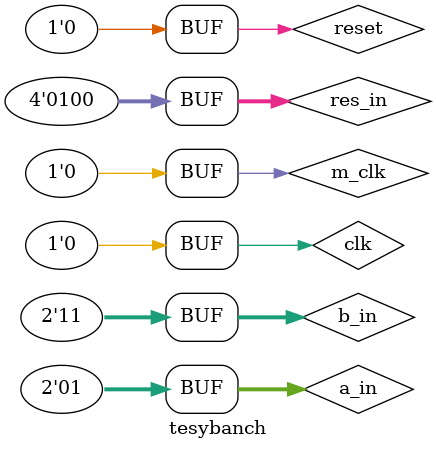
<source format=v>
`timescale 1 ns / 100 ps

module tesybanch;
    parameter data_size = 2;
    reg reset, clk, m_clk;
    reg  [data_size-1:0] a_in,  b_in;
    wire [data_size-1:0] a_out, b_out;
    reg  [2*data_size-1:0] res_in;
    wire [2*data_size-1:0] res_out;


     mcell mcell_inst
    (
        reset, clk, m_clk,
        a_in,  b_in,
        a_out, b_out,
        res_in,
        res_out
    );
    initial
        begin
           reset  = 0;
           clk    = 0;
           m_clk  = 0;
           a_in   = 2'b10;
           b_in   = 2'b01;
           res_in = 4'b0100;
           #10;
           m_clk  = 1;
           clk    = 1;
           #10; 
           clk    = 0;
           m_clk  = 0;
           a_in   = 2'b01;
           b_in   = 2'b11;
           #10;
           clk    = 1;
           #10;
           clk    = 0;          
        end
   initial 
        $monitor("reset=%b clk=%b m_clk=%b a_in=%b b_in=%b a_out=%b b_out=%b res_in=%b res_out=%b",reset, clk, m_clk, a_in, b_in, a_out, b_out, res_in, res_out);
    initial 
        $dumpvars; 
endmodule
</source>
